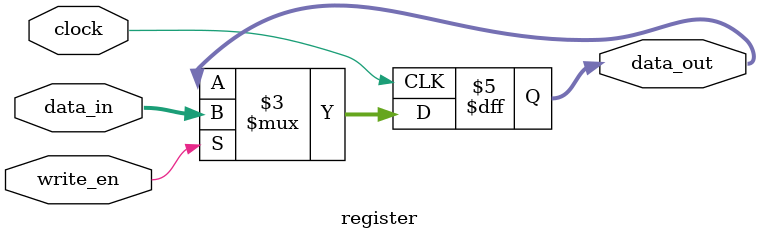
<source format=v>
module register(clock,write_en, data_in, data_out);

input clock;
input[15:0] data_in;
input write_en;
output reg[15:0] data_out;

always @(posedge clock)
begin

if(write_en == 1)

data_out <= data_in ;

end

endmodule  

</source>
